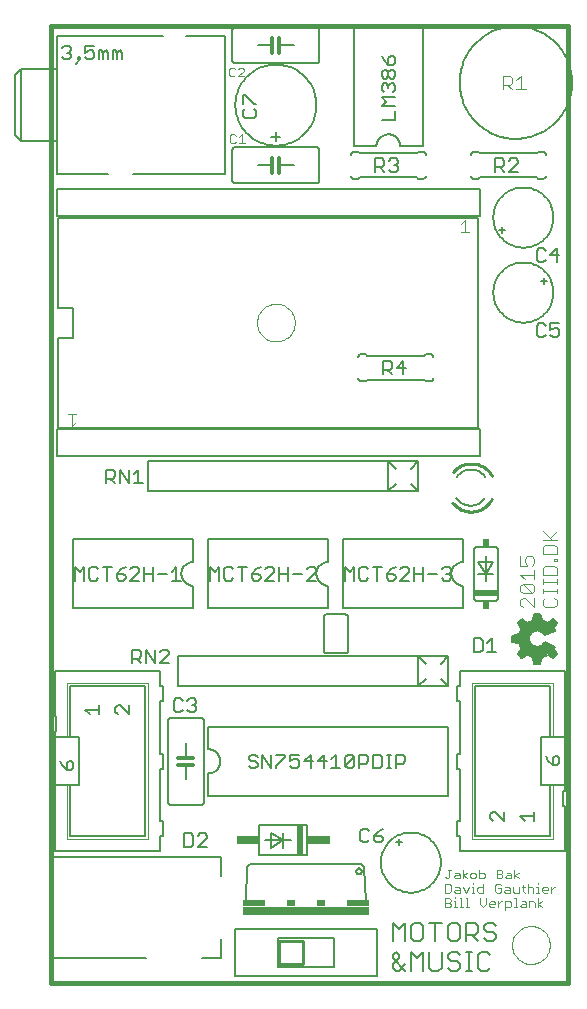
<source format=gto>
G75*
%MOIN*%
%OFA0B0*%
%FSLAX24Y24*%
%IPPOS*%
%LPD*%
%AMOC8*
5,1,8,0,0,1.08239X$1,22.5*
%
%ADD10C,0.0160*%
%ADD11C,0.0000*%
%ADD12C,0.0050*%
%ADD13C,0.0030*%
%ADD14C,0.0040*%
%ADD15C,0.0060*%
%ADD16C,0.0120*%
%ADD17C,0.0080*%
%ADD18C,0.0100*%
%ADD19R,0.4200X0.0300*%
%ADD20R,0.0750X0.0200*%
%ADD21R,0.0300X0.0200*%
%ADD22C,0.0020*%
%ADD23R,0.0200X0.1000*%
%ADD24R,0.0750X0.0300*%
%ADD25R,0.0800X0.0200*%
%ADD26R,0.0200X0.0250*%
D10*
X003260Y000595D02*
X003260Y032466D01*
X020505Y032466D01*
X020505Y000595D01*
X003260Y000595D01*
D11*
X010130Y022595D02*
X010132Y022645D01*
X010138Y022695D01*
X010148Y022744D01*
X010162Y022792D01*
X010179Y022839D01*
X010200Y022884D01*
X010225Y022928D01*
X010253Y022969D01*
X010285Y023008D01*
X010319Y023045D01*
X010356Y023079D01*
X010396Y023109D01*
X010438Y023136D01*
X010482Y023160D01*
X010528Y023181D01*
X010575Y023197D01*
X010623Y023210D01*
X010673Y023219D01*
X010722Y023224D01*
X010773Y023225D01*
X010823Y023222D01*
X010872Y023215D01*
X010921Y023204D01*
X010969Y023189D01*
X011015Y023171D01*
X011060Y023149D01*
X011103Y023123D01*
X011144Y023094D01*
X011183Y023062D01*
X011219Y023027D01*
X011251Y022989D01*
X011281Y022949D01*
X011308Y022906D01*
X011331Y022862D01*
X011350Y022816D01*
X011366Y022768D01*
X011378Y022719D01*
X011386Y022670D01*
X011390Y022620D01*
X011390Y022570D01*
X011386Y022520D01*
X011378Y022471D01*
X011366Y022422D01*
X011350Y022374D01*
X011331Y022328D01*
X011308Y022284D01*
X011281Y022241D01*
X011251Y022201D01*
X011219Y022163D01*
X011183Y022128D01*
X011144Y022096D01*
X011103Y022067D01*
X011060Y022041D01*
X011015Y022019D01*
X010969Y022001D01*
X010921Y021986D01*
X010872Y021975D01*
X010823Y021968D01*
X010773Y021965D01*
X010722Y021966D01*
X010673Y021971D01*
X010623Y021980D01*
X010575Y021993D01*
X010528Y022009D01*
X010482Y022030D01*
X010438Y022054D01*
X010396Y022081D01*
X010356Y022111D01*
X010319Y022145D01*
X010285Y022182D01*
X010253Y022221D01*
X010225Y022262D01*
X010200Y022306D01*
X010179Y022351D01*
X010162Y022398D01*
X010148Y022446D01*
X010138Y022495D01*
X010132Y022545D01*
X010130Y022595D01*
X018630Y001845D02*
X018632Y001895D01*
X018638Y001945D01*
X018648Y001994D01*
X018662Y002042D01*
X018679Y002089D01*
X018700Y002134D01*
X018725Y002178D01*
X018753Y002219D01*
X018785Y002258D01*
X018819Y002295D01*
X018856Y002329D01*
X018896Y002359D01*
X018938Y002386D01*
X018982Y002410D01*
X019028Y002431D01*
X019075Y002447D01*
X019123Y002460D01*
X019173Y002469D01*
X019222Y002474D01*
X019273Y002475D01*
X019323Y002472D01*
X019372Y002465D01*
X019421Y002454D01*
X019469Y002439D01*
X019515Y002421D01*
X019560Y002399D01*
X019603Y002373D01*
X019644Y002344D01*
X019683Y002312D01*
X019719Y002277D01*
X019751Y002239D01*
X019781Y002199D01*
X019808Y002156D01*
X019831Y002112D01*
X019850Y002066D01*
X019866Y002018D01*
X019878Y001969D01*
X019886Y001920D01*
X019890Y001870D01*
X019890Y001820D01*
X019886Y001770D01*
X019878Y001721D01*
X019866Y001672D01*
X019850Y001624D01*
X019831Y001578D01*
X019808Y001534D01*
X019781Y001491D01*
X019751Y001451D01*
X019719Y001413D01*
X019683Y001378D01*
X019644Y001346D01*
X019603Y001317D01*
X019560Y001291D01*
X019515Y001269D01*
X019469Y001251D01*
X019421Y001236D01*
X019372Y001225D01*
X019323Y001218D01*
X019273Y001215D01*
X019222Y001216D01*
X019173Y001221D01*
X019123Y001230D01*
X019075Y001243D01*
X019028Y001259D01*
X018982Y001280D01*
X018938Y001304D01*
X018896Y001331D01*
X018856Y001361D01*
X018819Y001395D01*
X018785Y001432D01*
X018753Y001471D01*
X018725Y001512D01*
X018700Y001556D01*
X018679Y001601D01*
X018662Y001648D01*
X018648Y001696D01*
X018638Y001745D01*
X018632Y001795D01*
X018630Y001845D01*
D12*
X018105Y002087D02*
X018003Y001985D01*
X017800Y001985D01*
X017698Y002087D01*
X017497Y001985D02*
X017294Y002189D01*
X017396Y002189D02*
X017090Y002189D01*
X017090Y001985D02*
X017090Y002596D01*
X017396Y002596D01*
X017497Y002494D01*
X017497Y002290D01*
X017396Y002189D01*
X017698Y002392D02*
X017698Y002494D01*
X017800Y002596D01*
X018003Y002596D01*
X018105Y002494D01*
X018003Y002290D02*
X018105Y002189D01*
X018105Y002087D01*
X018003Y002290D02*
X017800Y002290D01*
X017698Y002392D01*
X017597Y001606D02*
X017496Y001504D01*
X017496Y001097D01*
X017597Y000995D01*
X017801Y000995D01*
X017903Y001097D01*
X017903Y001504D02*
X017801Y001606D01*
X017597Y001606D01*
X017294Y001606D02*
X017090Y001606D01*
X017192Y001606D02*
X017192Y000995D01*
X017090Y000995D02*
X017294Y000995D01*
X016890Y001097D02*
X016788Y000995D01*
X016584Y000995D01*
X016483Y001097D01*
X016282Y001097D02*
X016282Y001606D01*
X016483Y001504D02*
X016483Y001402D01*
X016584Y001300D01*
X016788Y001300D01*
X016890Y001199D01*
X016890Y001097D01*
X016890Y001504D02*
X016788Y001606D01*
X016584Y001606D01*
X016483Y001504D01*
X016282Y001097D02*
X016180Y000995D01*
X015977Y000995D01*
X015875Y001097D01*
X015875Y001606D01*
X015674Y001606D02*
X015674Y000995D01*
X015267Y000995D02*
X015267Y001606D01*
X015471Y001402D01*
X015674Y001606D01*
X015572Y001985D02*
X015369Y001985D01*
X015267Y002087D01*
X015267Y002494D01*
X015369Y002596D01*
X015572Y002596D01*
X015674Y002494D01*
X015674Y002087D01*
X015572Y001985D01*
X015067Y001985D02*
X015067Y002596D01*
X014863Y002392D01*
X014660Y002596D01*
X014660Y001985D01*
X014761Y001606D02*
X014660Y001504D01*
X014660Y001402D01*
X015067Y000995D01*
X015067Y001199D02*
X014863Y000995D01*
X014761Y000995D01*
X014660Y001097D01*
X014660Y001199D01*
X014863Y001402D01*
X014863Y001504D01*
X014761Y001606D01*
X015875Y002596D02*
X016282Y002596D01*
X016078Y002596D02*
X016078Y001985D01*
X016483Y002087D02*
X016483Y002494D01*
X016584Y002596D01*
X016788Y002596D01*
X016890Y002494D01*
X016890Y002087D01*
X016788Y001985D01*
X016584Y001985D01*
X016483Y002087D01*
X014260Y005270D02*
X014335Y005345D01*
X014335Y005420D01*
X014260Y005495D01*
X014035Y005495D01*
X014035Y005345D01*
X014110Y005270D01*
X014260Y005270D01*
X014035Y005495D02*
X014185Y005645D01*
X014335Y005720D01*
X013874Y005645D02*
X013799Y005720D01*
X013649Y005720D01*
X013574Y005645D01*
X013574Y005345D01*
X013649Y005270D01*
X013799Y005270D01*
X013874Y005345D01*
X013610Y004545D02*
X013710Y004445D01*
X013760Y003295D01*
X013430Y004305D02*
X013432Y004325D01*
X013438Y004343D01*
X013447Y004361D01*
X013459Y004376D01*
X013474Y004388D01*
X013492Y004397D01*
X013510Y004403D01*
X013530Y004405D01*
X013550Y004403D01*
X013568Y004397D01*
X013586Y004388D01*
X013601Y004376D01*
X013613Y004361D01*
X013622Y004343D01*
X013628Y004325D01*
X013630Y004305D01*
X013628Y004285D01*
X013622Y004267D01*
X013613Y004249D01*
X013601Y004234D01*
X013586Y004222D01*
X013568Y004213D01*
X013550Y004207D01*
X013530Y004205D01*
X013510Y004207D01*
X013492Y004213D01*
X013474Y004222D01*
X013459Y004234D01*
X013447Y004249D01*
X013438Y004267D01*
X013432Y004285D01*
X013430Y004305D01*
X013610Y004545D02*
X009910Y004545D01*
X009810Y004445D01*
X009760Y003295D01*
X008460Y005120D02*
X008160Y005120D01*
X008460Y005420D01*
X008460Y005495D01*
X008385Y005570D01*
X008235Y005570D01*
X008160Y005495D01*
X007999Y005495D02*
X007924Y005570D01*
X007699Y005570D01*
X007699Y005120D01*
X007924Y005120D01*
X007999Y005195D01*
X007999Y005495D01*
X009924Y007745D02*
X009849Y007820D01*
X009924Y007745D02*
X010074Y007745D01*
X010149Y007820D01*
X010149Y007895D01*
X010074Y007970D01*
X009924Y007970D01*
X009849Y008045D01*
X009849Y008120D01*
X009924Y008195D01*
X010074Y008195D01*
X010149Y008120D01*
X010309Y008195D02*
X010309Y007745D01*
X010610Y007745D02*
X010309Y008195D01*
X010610Y008195D02*
X010610Y007745D01*
X010770Y007745D02*
X010770Y007820D01*
X011070Y008120D01*
X011070Y008195D01*
X010770Y008195D01*
X011230Y008195D02*
X011230Y007970D01*
X011380Y008045D01*
X011455Y008045D01*
X011530Y007970D01*
X011530Y007820D01*
X011455Y007745D01*
X011305Y007745D01*
X011230Y007820D01*
X011230Y008195D02*
X011530Y008195D01*
X011690Y007970D02*
X011991Y007970D01*
X012151Y007970D02*
X012451Y007970D01*
X012611Y008045D02*
X012761Y008195D01*
X012761Y007745D01*
X012611Y007745D02*
X012911Y007745D01*
X013072Y007820D02*
X013372Y008120D01*
X013372Y007820D01*
X013297Y007745D01*
X013147Y007745D01*
X013072Y007820D01*
X013072Y008120D01*
X013147Y008195D01*
X013297Y008195D01*
X013372Y008120D01*
X013532Y008195D02*
X013532Y007745D01*
X013532Y007895D02*
X013757Y007895D01*
X013832Y007970D01*
X013832Y008120D01*
X013757Y008195D01*
X013532Y008195D01*
X013992Y008195D02*
X013992Y007745D01*
X014218Y007745D01*
X014293Y007820D01*
X014293Y008120D01*
X014218Y008195D01*
X013992Y008195D01*
X014453Y008195D02*
X014603Y008195D01*
X014528Y008195D02*
X014528Y007745D01*
X014453Y007745D02*
X014603Y007745D01*
X014760Y007745D02*
X014760Y008195D01*
X014985Y008195D01*
X015060Y008120D01*
X015060Y007970D01*
X014985Y007895D01*
X014760Y007895D01*
X012376Y007745D02*
X012376Y008195D01*
X012151Y007970D01*
X011916Y007745D02*
X011916Y008195D01*
X011690Y007970D01*
X008110Y009695D02*
X008035Y009620D01*
X007885Y009620D01*
X007810Y009695D01*
X007649Y009695D02*
X007574Y009620D01*
X007424Y009620D01*
X007349Y009695D01*
X007349Y009995D01*
X007424Y010070D01*
X007574Y010070D01*
X007649Y009995D01*
X007810Y009995D02*
X007885Y010070D01*
X008035Y010070D01*
X008110Y009995D01*
X008110Y009920D01*
X008035Y009845D01*
X008110Y009770D01*
X008110Y009695D01*
X008035Y009845D02*
X007960Y009845D01*
X007190Y011245D02*
X006890Y011245D01*
X007190Y011545D01*
X007190Y011620D01*
X007115Y011695D01*
X006965Y011695D01*
X006890Y011620D01*
X006730Y011695D02*
X006730Y011245D01*
X006429Y011695D01*
X006429Y011245D01*
X006269Y011245D02*
X006119Y011395D01*
X006194Y011395D02*
X005969Y011395D01*
X005969Y011245D02*
X005969Y011695D01*
X006194Y011695D01*
X006269Y011620D01*
X006269Y011470D01*
X006194Y011395D01*
X005860Y009835D02*
X005860Y009535D01*
X005559Y009835D01*
X005484Y009835D01*
X005409Y009760D01*
X005409Y009610D01*
X005484Y009535D01*
X004860Y009535D02*
X004860Y009835D01*
X004860Y009685D02*
X004409Y009685D01*
X004559Y009535D01*
X003934Y007985D02*
X003859Y007985D01*
X003784Y007910D01*
X003784Y007685D01*
X003934Y007685D01*
X004010Y007760D01*
X004010Y007910D01*
X003934Y007985D01*
X003634Y007835D02*
X003784Y007685D01*
X003634Y007835D02*
X003559Y007985D01*
X004068Y013995D02*
X004068Y014445D01*
X004218Y014295D01*
X004368Y014445D01*
X004368Y013995D01*
X004528Y014070D02*
X004528Y014370D01*
X004603Y014445D01*
X004754Y014445D01*
X004829Y014370D01*
X004989Y014445D02*
X005289Y014445D01*
X005139Y014445D02*
X005139Y013995D01*
X004829Y014070D02*
X004754Y013995D01*
X004603Y013995D01*
X004528Y014070D01*
X005449Y014070D02*
X005524Y013995D01*
X005674Y013995D01*
X005749Y014070D01*
X005749Y014145D01*
X005674Y014220D01*
X005449Y014220D01*
X005449Y014070D01*
X005449Y014220D02*
X005599Y014370D01*
X005749Y014445D01*
X005910Y014370D02*
X005985Y014445D01*
X006135Y014445D01*
X006210Y014370D01*
X006210Y014295D01*
X005910Y013995D01*
X006210Y013995D01*
X006370Y013995D02*
X006370Y014445D01*
X006370Y014220D02*
X006670Y014220D01*
X006830Y014220D02*
X007131Y014220D01*
X007291Y014295D02*
X007441Y014445D01*
X007441Y013995D01*
X007291Y013995D02*
X007591Y013995D01*
X006670Y013995D02*
X006670Y014445D01*
X008568Y014445D02*
X008568Y013995D01*
X008868Y013995D02*
X008868Y014445D01*
X008718Y014295D01*
X008568Y014445D01*
X009028Y014370D02*
X009028Y014070D01*
X009103Y013995D01*
X009254Y013995D01*
X009329Y014070D01*
X009329Y014370D02*
X009254Y014445D01*
X009103Y014445D01*
X009028Y014370D01*
X009489Y014445D02*
X009789Y014445D01*
X009639Y014445D02*
X009639Y013995D01*
X009949Y014070D02*
X009949Y014220D01*
X010174Y014220D01*
X010249Y014145D01*
X010249Y014070D01*
X010174Y013995D01*
X010024Y013995D01*
X009949Y014070D01*
X009949Y014220D02*
X010099Y014370D01*
X010249Y014445D01*
X010410Y014370D02*
X010485Y014445D01*
X010635Y014445D01*
X010710Y014370D01*
X010710Y014295D01*
X010410Y013995D01*
X010710Y013995D01*
X010870Y013995D02*
X010870Y014445D01*
X010870Y014220D02*
X011170Y014220D01*
X011330Y014220D02*
X011631Y014220D01*
X011791Y014370D02*
X011866Y014445D01*
X012016Y014445D01*
X012091Y014370D01*
X012091Y014295D01*
X011791Y013995D01*
X012091Y013995D01*
X011170Y013995D02*
X011170Y014445D01*
X013068Y014445D02*
X013068Y013995D01*
X013368Y013995D02*
X013368Y014445D01*
X013218Y014295D01*
X013068Y014445D01*
X013528Y014370D02*
X013528Y014070D01*
X013603Y013995D01*
X013754Y013995D01*
X013829Y014070D01*
X013829Y014370D02*
X013754Y014445D01*
X013603Y014445D01*
X013528Y014370D01*
X013989Y014445D02*
X014289Y014445D01*
X014139Y014445D02*
X014139Y013995D01*
X014449Y014070D02*
X014449Y014220D01*
X014674Y014220D01*
X014749Y014145D01*
X014749Y014070D01*
X014674Y013995D01*
X014524Y013995D01*
X014449Y014070D01*
X014449Y014220D02*
X014599Y014370D01*
X014749Y014445D01*
X014910Y014370D02*
X014985Y014445D01*
X015135Y014445D01*
X015210Y014370D01*
X015210Y014295D01*
X014910Y013995D01*
X015210Y013995D01*
X015370Y013995D02*
X015370Y014445D01*
X015370Y014220D02*
X015670Y014220D01*
X015830Y014220D02*
X016131Y014220D01*
X016291Y014070D02*
X016366Y013995D01*
X016516Y013995D01*
X016591Y014070D01*
X016591Y014145D01*
X016516Y014220D01*
X016441Y014220D01*
X016516Y014220D02*
X016591Y014295D01*
X016591Y014370D01*
X016516Y014445D01*
X016366Y014445D01*
X016291Y014370D01*
X015670Y014445D02*
X015670Y013995D01*
X017349Y012070D02*
X017349Y011620D01*
X017574Y011620D01*
X017649Y011695D01*
X017649Y011995D01*
X017574Y012070D01*
X017349Y012070D01*
X017810Y011920D02*
X017960Y012070D01*
X017960Y011620D01*
X017810Y011620D02*
X018110Y011620D01*
X019759Y008145D02*
X019834Y007995D01*
X019984Y007845D01*
X019984Y008070D01*
X020059Y008145D01*
X020134Y008145D01*
X020210Y008070D01*
X020210Y007920D01*
X020134Y007845D01*
X019984Y007845D01*
X019360Y006295D02*
X019360Y005995D01*
X019360Y006145D02*
X018909Y006145D01*
X019059Y005995D01*
X018360Y005995D02*
X018059Y006295D01*
X017984Y006295D01*
X017909Y006220D01*
X017909Y006070D01*
X017984Y005995D01*
X018360Y005995D02*
X018360Y006295D01*
X015010Y020870D02*
X015010Y021320D01*
X014785Y021095D01*
X015085Y021095D01*
X014624Y021095D02*
X014549Y021020D01*
X014324Y021020D01*
X014324Y020870D02*
X014324Y021320D01*
X014549Y021320D01*
X014624Y021245D01*
X014624Y021095D01*
X014474Y021020D02*
X014624Y020870D01*
X014610Y027620D02*
X014535Y027695D01*
X014610Y027620D02*
X014760Y027620D01*
X014835Y027695D01*
X014835Y027770D01*
X014760Y027845D01*
X014685Y027845D01*
X014760Y027845D02*
X014835Y027920D01*
X014835Y027995D01*
X014760Y028070D01*
X014610Y028070D01*
X014535Y027995D01*
X014374Y027995D02*
X014374Y027845D01*
X014299Y027770D01*
X014074Y027770D01*
X014074Y027620D02*
X014074Y028070D01*
X014299Y028070D01*
X014374Y027995D01*
X014224Y027770D02*
X014374Y027620D01*
X014284Y029344D02*
X014735Y029344D01*
X014735Y029644D01*
X014735Y029804D02*
X014284Y029804D01*
X014434Y029955D01*
X014284Y030105D01*
X014735Y030105D01*
X014659Y030265D02*
X014735Y030340D01*
X014735Y030490D01*
X014659Y030565D01*
X014584Y030565D01*
X014509Y030490D01*
X014509Y030415D01*
X014509Y030490D02*
X014434Y030565D01*
X014359Y030565D01*
X014284Y030490D01*
X014284Y030340D01*
X014359Y030265D01*
X014359Y030725D02*
X014434Y030725D01*
X014509Y030800D01*
X014509Y030950D01*
X014584Y031025D01*
X014659Y031025D01*
X014735Y030950D01*
X014735Y030800D01*
X014659Y030725D01*
X014584Y030725D01*
X014509Y030800D01*
X014509Y030950D02*
X014434Y031025D01*
X014359Y031025D01*
X014284Y030950D01*
X014284Y030800D01*
X014359Y030725D01*
X014509Y031186D02*
X014509Y031411D01*
X014584Y031486D01*
X014659Y031486D01*
X014735Y031411D01*
X014735Y031261D01*
X014659Y031186D01*
X014509Y031186D01*
X014359Y031336D01*
X014284Y031486D01*
X018074Y028070D02*
X018074Y027620D01*
X018074Y027770D02*
X018299Y027770D01*
X018374Y027845D01*
X018374Y027995D01*
X018299Y028070D01*
X018074Y028070D01*
X018224Y027770D02*
X018374Y027620D01*
X018535Y027620D02*
X018835Y027920D01*
X018835Y027995D01*
X018760Y028070D01*
X018610Y028070D01*
X018535Y027995D01*
X018535Y027620D02*
X018835Y027620D01*
X019524Y025070D02*
X019449Y024995D01*
X019449Y024695D01*
X019524Y024620D01*
X019674Y024620D01*
X019749Y024695D01*
X019910Y024845D02*
X020210Y024845D01*
X020135Y024620D02*
X020135Y025070D01*
X019910Y024845D01*
X019749Y024995D02*
X019674Y025070D01*
X019524Y025070D01*
X019524Y022570D02*
X019449Y022495D01*
X019449Y022195D01*
X019524Y022120D01*
X019674Y022120D01*
X019749Y022195D01*
X019910Y022195D02*
X019985Y022120D01*
X020135Y022120D01*
X020210Y022195D01*
X020210Y022345D01*
X020135Y022420D01*
X020060Y022420D01*
X019910Y022345D01*
X019910Y022570D01*
X020210Y022570D01*
X019749Y022495D02*
X019674Y022570D01*
X019524Y022570D01*
X010110Y029485D02*
X010110Y029635D01*
X010034Y029710D01*
X010034Y029870D02*
X010110Y029870D01*
X010034Y029870D02*
X009734Y030170D01*
X009659Y030170D01*
X009659Y029870D01*
X009734Y029710D02*
X009659Y029635D01*
X009659Y029485D01*
X009734Y029410D01*
X010034Y029410D01*
X010110Y029485D01*
X005623Y031370D02*
X005623Y031595D01*
X005548Y031670D01*
X005473Y031595D01*
X005473Y031370D01*
X005323Y031370D02*
X005323Y031670D01*
X005398Y031670D01*
X005473Y031595D01*
X005162Y031595D02*
X005162Y031370D01*
X005012Y031370D02*
X005012Y031595D01*
X005087Y031670D01*
X005162Y031595D01*
X005012Y031595D02*
X004937Y031670D01*
X004862Y031670D01*
X004862Y031370D01*
X004702Y031445D02*
X004627Y031370D01*
X004477Y031370D01*
X004402Y031445D01*
X004402Y031595D02*
X004552Y031670D01*
X004627Y031670D01*
X004702Y031595D01*
X004702Y031445D01*
X004402Y031595D02*
X004402Y031820D01*
X004702Y031820D01*
X004245Y031445D02*
X004170Y031445D01*
X004170Y031370D01*
X004245Y031370D01*
X004245Y031445D01*
X004245Y031370D02*
X004095Y031220D01*
X003935Y031445D02*
X003935Y031520D01*
X003860Y031595D01*
X003785Y031595D01*
X003860Y031595D02*
X003935Y031670D01*
X003935Y031745D01*
X003860Y031820D01*
X003710Y031820D01*
X003635Y031745D01*
X003635Y031445D02*
X003710Y031370D01*
X003860Y031370D01*
X003935Y031445D01*
X005094Y017695D02*
X005319Y017695D01*
X005394Y017620D01*
X005394Y017470D01*
X005319Y017395D01*
X005094Y017395D01*
X005094Y017245D02*
X005094Y017695D01*
X005244Y017395D02*
X005394Y017245D01*
X005554Y017245D02*
X005554Y017695D01*
X005855Y017245D01*
X005855Y017695D01*
X006015Y017545D02*
X006165Y017695D01*
X006165Y017245D01*
X006015Y017245D02*
X006315Y017245D01*
D13*
X004096Y019295D02*
X003962Y019160D01*
X003962Y019563D01*
X004096Y019563D02*
X003827Y019563D01*
X009278Y028575D02*
X009375Y028575D01*
X009423Y028623D01*
X009525Y028575D02*
X009718Y028575D01*
X009621Y028575D02*
X009621Y028865D01*
X009525Y028768D01*
X009423Y028817D02*
X009375Y028865D01*
X009278Y028865D01*
X009230Y028817D01*
X009230Y028623D01*
X009278Y028575D01*
X009253Y030800D02*
X009350Y030800D01*
X009398Y030848D01*
X009500Y030800D02*
X009693Y030993D01*
X009693Y031042D01*
X009645Y031090D01*
X009548Y031090D01*
X009500Y031042D01*
X009398Y031042D02*
X009350Y031090D01*
X009253Y031090D01*
X009205Y031042D01*
X009205Y030848D01*
X009253Y030800D01*
X009500Y030800D02*
X009693Y030800D01*
X016923Y025895D02*
X017057Y026030D01*
X017057Y025627D01*
X016923Y025627D02*
X017192Y025627D01*
X016989Y004360D02*
X016989Y004070D01*
X016989Y004167D02*
X017134Y004263D01*
X017234Y004215D02*
X017234Y004118D01*
X017283Y004070D01*
X017379Y004070D01*
X017428Y004118D01*
X017428Y004215D01*
X017379Y004263D01*
X017283Y004263D01*
X017234Y004215D01*
X017134Y004070D02*
X016989Y004167D01*
X016888Y004167D02*
X016743Y004167D01*
X016694Y004118D01*
X016743Y004070D01*
X016888Y004070D01*
X016888Y004215D01*
X016839Y004263D01*
X016743Y004263D01*
X016593Y004360D02*
X016496Y004360D01*
X016545Y004360D02*
X016545Y004118D01*
X016496Y004070D01*
X016448Y004070D01*
X016400Y004118D01*
X016400Y003880D02*
X016545Y003880D01*
X016593Y003832D01*
X016593Y003638D01*
X016545Y003590D01*
X016400Y003590D01*
X016400Y003880D01*
X016400Y003400D02*
X016545Y003400D01*
X016593Y003352D01*
X016593Y003303D01*
X016545Y003255D01*
X016400Y003255D01*
X016545Y003255D02*
X016593Y003207D01*
X016593Y003158D01*
X016545Y003110D01*
X016400Y003110D01*
X016400Y003400D01*
X016694Y003303D02*
X016743Y003303D01*
X016743Y003110D01*
X016791Y003110D02*
X016694Y003110D01*
X016891Y003110D02*
X016987Y003110D01*
X016939Y003110D02*
X016939Y003400D01*
X016891Y003400D01*
X016743Y003400D02*
X016743Y003449D01*
X016743Y003590D02*
X016694Y003638D01*
X016743Y003687D01*
X016888Y003687D01*
X016888Y003735D02*
X016888Y003590D01*
X016743Y003590D01*
X016743Y003783D02*
X016839Y003783D01*
X016888Y003735D01*
X016989Y003783D02*
X017086Y003590D01*
X017182Y003783D01*
X017283Y003783D02*
X017332Y003783D01*
X017332Y003590D01*
X017380Y003590D02*
X017283Y003590D01*
X017480Y003638D02*
X017480Y003735D01*
X017528Y003783D01*
X017673Y003783D01*
X017673Y003880D02*
X017673Y003590D01*
X017528Y003590D01*
X017480Y003638D01*
X017578Y003400D02*
X017578Y003207D01*
X017675Y003110D01*
X017772Y003207D01*
X017772Y003400D01*
X017873Y003255D02*
X017873Y003158D01*
X017921Y003110D01*
X018018Y003110D01*
X018066Y003207D02*
X017873Y003207D01*
X017873Y003255D02*
X017921Y003303D01*
X018018Y003303D01*
X018066Y003255D01*
X018066Y003207D01*
X018167Y003207D02*
X018264Y003303D01*
X018313Y003303D01*
X018413Y003303D02*
X018413Y003013D01*
X018413Y003110D02*
X018558Y003110D01*
X018606Y003158D01*
X018606Y003255D01*
X018558Y003303D01*
X018413Y003303D01*
X018167Y003303D02*
X018167Y003110D01*
X018214Y003590D02*
X018263Y003638D01*
X018263Y003735D01*
X018166Y003735D01*
X018069Y003638D02*
X018118Y003590D01*
X018214Y003590D01*
X018069Y003638D02*
X018069Y003832D01*
X018118Y003880D01*
X018214Y003880D01*
X018263Y003832D01*
X018412Y003783D02*
X018509Y003783D01*
X018557Y003735D01*
X018557Y003590D01*
X018412Y003590D01*
X018364Y003638D01*
X018412Y003687D01*
X018557Y003687D01*
X018659Y003638D02*
X018707Y003590D01*
X018852Y003590D01*
X018852Y003783D01*
X018953Y003783D02*
X019050Y003783D01*
X019002Y003832D02*
X019002Y003638D01*
X019050Y003590D01*
X019150Y003590D02*
X019150Y003880D01*
X019198Y003783D02*
X019295Y003783D01*
X019343Y003735D01*
X019343Y003590D01*
X019444Y003590D02*
X019541Y003590D01*
X019493Y003590D02*
X019493Y003783D01*
X019444Y003783D01*
X019493Y003880D02*
X019493Y003929D01*
X019641Y003735D02*
X019689Y003783D01*
X019786Y003783D01*
X019834Y003735D01*
X019834Y003687D01*
X019641Y003687D01*
X019641Y003735D02*
X019641Y003638D01*
X019689Y003590D01*
X019786Y003590D01*
X019935Y003590D02*
X019935Y003783D01*
X019935Y003687D02*
X020032Y003783D01*
X020080Y003783D01*
X019638Y003303D02*
X019493Y003207D01*
X019638Y003110D01*
X019493Y003110D02*
X019493Y003400D01*
X019392Y003255D02*
X019392Y003110D01*
X019392Y003255D02*
X019344Y003303D01*
X019199Y003303D01*
X019199Y003110D01*
X019098Y003110D02*
X018952Y003110D01*
X018904Y003158D01*
X018952Y003207D01*
X019098Y003207D01*
X019098Y003255D02*
X019098Y003110D01*
X019098Y003255D02*
X019049Y003303D01*
X018952Y003303D01*
X018756Y003400D02*
X018756Y003110D01*
X018708Y003110D02*
X018804Y003110D01*
X018756Y003400D02*
X018708Y003400D01*
X018659Y003638D02*
X018659Y003783D01*
X018708Y004070D02*
X018708Y004360D01*
X018853Y004263D02*
X018708Y004167D01*
X018853Y004070D01*
X018606Y004070D02*
X018461Y004070D01*
X018413Y004118D01*
X018461Y004167D01*
X018606Y004167D01*
X018606Y004215D02*
X018606Y004070D01*
X018606Y004215D02*
X018558Y004263D01*
X018461Y004263D01*
X018312Y004263D02*
X018263Y004215D01*
X018118Y004215D01*
X018118Y004070D02*
X018263Y004070D01*
X018312Y004118D01*
X018312Y004167D01*
X018263Y004215D01*
X018312Y004263D02*
X018312Y004312D01*
X018263Y004360D01*
X018118Y004360D01*
X018118Y004070D01*
X017723Y004118D02*
X017723Y004215D01*
X017674Y004263D01*
X017529Y004263D01*
X017529Y004360D02*
X017529Y004070D01*
X017674Y004070D01*
X017723Y004118D01*
X017332Y003929D02*
X017332Y003880D01*
X017135Y003400D02*
X017135Y003110D01*
X017087Y003110D02*
X017184Y003110D01*
X017135Y003400D02*
X017087Y003400D01*
X019150Y003735D02*
X019198Y003783D01*
D14*
X019365Y013115D02*
X019058Y013422D01*
X018981Y013422D01*
X018904Y013345D01*
X018904Y013192D01*
X018981Y013115D01*
X018981Y013575D02*
X018904Y013652D01*
X018904Y013806D01*
X018981Y013882D01*
X019288Y013575D01*
X019365Y013652D01*
X019365Y013806D01*
X019288Y013882D01*
X018981Y013882D01*
X019058Y014036D02*
X018904Y014189D01*
X019365Y014189D01*
X019365Y014036D02*
X019365Y014343D01*
X019288Y014496D02*
X019365Y014573D01*
X019365Y014726D01*
X019288Y014803D01*
X019134Y014803D01*
X019058Y014726D01*
X019058Y014650D01*
X019134Y014496D01*
X018904Y014496D01*
X018904Y014803D01*
X019654Y014880D02*
X019654Y015110D01*
X019731Y015187D01*
X020038Y015187D01*
X020115Y015110D01*
X020115Y014880D01*
X019654Y014880D01*
X019731Y014496D02*
X019654Y014419D01*
X019654Y014189D01*
X020115Y014189D01*
X020115Y014419D01*
X020038Y014496D01*
X019731Y014496D01*
X020038Y014650D02*
X020038Y014726D01*
X020115Y014726D01*
X020115Y014650D01*
X020038Y014650D01*
X020115Y014036D02*
X020115Y013882D01*
X020115Y013959D02*
X019654Y013959D01*
X019654Y013882D02*
X019654Y014036D01*
X019654Y013729D02*
X019654Y013575D01*
X019654Y013652D02*
X020115Y013652D01*
X020115Y013575D02*
X020115Y013729D01*
X020038Y013422D02*
X020115Y013345D01*
X020115Y013192D01*
X020038Y013115D01*
X019731Y013115D01*
X019654Y013192D01*
X019654Y013345D01*
X019731Y013422D01*
X019365Y013422D02*
X019365Y013115D01*
X019288Y013575D02*
X018981Y013575D01*
X019654Y015340D02*
X020115Y015340D01*
X019961Y015340D02*
X019654Y015647D01*
X019884Y015417D02*
X020115Y015647D01*
X019086Y030365D02*
X018780Y030365D01*
X018933Y030365D02*
X018933Y030825D01*
X018780Y030672D01*
X018626Y030749D02*
X018626Y030595D01*
X018549Y030518D01*
X018319Y030518D01*
X018319Y030365D02*
X018319Y030825D01*
X018549Y030825D01*
X018626Y030749D01*
X018473Y030518D02*
X018626Y030365D01*
D15*
X019510Y028295D02*
X019660Y028295D01*
X019677Y028293D01*
X019694Y028289D01*
X019710Y028282D01*
X019724Y028272D01*
X019737Y028259D01*
X019747Y028245D01*
X019754Y028229D01*
X019758Y028212D01*
X019760Y028195D01*
X019510Y028295D02*
X019460Y028245D01*
X017560Y028245D01*
X017510Y028295D01*
X017360Y028295D01*
X017343Y028293D01*
X017326Y028289D01*
X017310Y028282D01*
X017296Y028272D01*
X017283Y028259D01*
X017273Y028245D01*
X017266Y028229D01*
X017262Y028212D01*
X017260Y028195D01*
X017260Y027495D02*
X017262Y027478D01*
X017266Y027461D01*
X017273Y027445D01*
X017283Y027431D01*
X017296Y027418D01*
X017310Y027408D01*
X017326Y027401D01*
X017343Y027397D01*
X017360Y027395D01*
X017510Y027395D01*
X017560Y027445D01*
X019460Y027445D01*
X019510Y027395D01*
X019660Y027395D01*
X019677Y027397D01*
X019694Y027401D01*
X019710Y027408D01*
X019724Y027418D01*
X019737Y027431D01*
X019747Y027445D01*
X019754Y027461D01*
X019758Y027478D01*
X019760Y027495D01*
X018010Y026095D02*
X018012Y026158D01*
X018018Y026220D01*
X018028Y026282D01*
X018041Y026344D01*
X018059Y026404D01*
X018080Y026463D01*
X018105Y026521D01*
X018134Y026577D01*
X018166Y026631D01*
X018201Y026683D01*
X018239Y026732D01*
X018281Y026780D01*
X018325Y026824D01*
X018373Y026866D01*
X018422Y026904D01*
X018474Y026939D01*
X018528Y026971D01*
X018584Y027000D01*
X018642Y027025D01*
X018701Y027046D01*
X018761Y027064D01*
X018823Y027077D01*
X018885Y027087D01*
X018947Y027093D01*
X019010Y027095D01*
X019073Y027093D01*
X019135Y027087D01*
X019197Y027077D01*
X019259Y027064D01*
X019319Y027046D01*
X019378Y027025D01*
X019436Y027000D01*
X019492Y026971D01*
X019546Y026939D01*
X019598Y026904D01*
X019647Y026866D01*
X019695Y026824D01*
X019739Y026780D01*
X019781Y026732D01*
X019819Y026683D01*
X019854Y026631D01*
X019886Y026577D01*
X019915Y026521D01*
X019940Y026463D01*
X019961Y026404D01*
X019979Y026344D01*
X019992Y026282D01*
X020002Y026220D01*
X020008Y026158D01*
X020010Y026095D01*
X020008Y026032D01*
X020002Y025970D01*
X019992Y025908D01*
X019979Y025846D01*
X019961Y025786D01*
X019940Y025727D01*
X019915Y025669D01*
X019886Y025613D01*
X019854Y025559D01*
X019819Y025507D01*
X019781Y025458D01*
X019739Y025410D01*
X019695Y025366D01*
X019647Y025324D01*
X019598Y025286D01*
X019546Y025251D01*
X019492Y025219D01*
X019436Y025190D01*
X019378Y025165D01*
X019319Y025144D01*
X019259Y025126D01*
X019197Y025113D01*
X019135Y025103D01*
X019073Y025097D01*
X019010Y025095D01*
X018947Y025097D01*
X018885Y025103D01*
X018823Y025113D01*
X018761Y025126D01*
X018701Y025144D01*
X018642Y025165D01*
X018584Y025190D01*
X018528Y025219D01*
X018474Y025251D01*
X018422Y025286D01*
X018373Y025324D01*
X018325Y025366D01*
X018281Y025410D01*
X018239Y025458D01*
X018201Y025507D01*
X018166Y025559D01*
X018134Y025613D01*
X018105Y025669D01*
X018080Y025727D01*
X018059Y025786D01*
X018041Y025846D01*
X018028Y025908D01*
X018018Y025970D01*
X018012Y026032D01*
X018010Y026095D01*
X018310Y025795D02*
X018310Y025595D01*
X018410Y025695D02*
X018210Y025695D01*
X019710Y024095D02*
X019710Y023895D01*
X019610Y023995D02*
X019810Y023995D01*
X018010Y023595D02*
X018012Y023658D01*
X018018Y023720D01*
X018028Y023782D01*
X018041Y023844D01*
X018059Y023904D01*
X018080Y023963D01*
X018105Y024021D01*
X018134Y024077D01*
X018166Y024131D01*
X018201Y024183D01*
X018239Y024232D01*
X018281Y024280D01*
X018325Y024324D01*
X018373Y024366D01*
X018422Y024404D01*
X018474Y024439D01*
X018528Y024471D01*
X018584Y024500D01*
X018642Y024525D01*
X018701Y024546D01*
X018761Y024564D01*
X018823Y024577D01*
X018885Y024587D01*
X018947Y024593D01*
X019010Y024595D01*
X019073Y024593D01*
X019135Y024587D01*
X019197Y024577D01*
X019259Y024564D01*
X019319Y024546D01*
X019378Y024525D01*
X019436Y024500D01*
X019492Y024471D01*
X019546Y024439D01*
X019598Y024404D01*
X019647Y024366D01*
X019695Y024324D01*
X019739Y024280D01*
X019781Y024232D01*
X019819Y024183D01*
X019854Y024131D01*
X019886Y024077D01*
X019915Y024021D01*
X019940Y023963D01*
X019961Y023904D01*
X019979Y023844D01*
X019992Y023782D01*
X020002Y023720D01*
X020008Y023658D01*
X020010Y023595D01*
X020008Y023532D01*
X020002Y023470D01*
X019992Y023408D01*
X019979Y023346D01*
X019961Y023286D01*
X019940Y023227D01*
X019915Y023169D01*
X019886Y023113D01*
X019854Y023059D01*
X019819Y023007D01*
X019781Y022958D01*
X019739Y022910D01*
X019695Y022866D01*
X019647Y022824D01*
X019598Y022786D01*
X019546Y022751D01*
X019492Y022719D01*
X019436Y022690D01*
X019378Y022665D01*
X019319Y022644D01*
X019259Y022626D01*
X019197Y022613D01*
X019135Y022603D01*
X019073Y022597D01*
X019010Y022595D01*
X018947Y022597D01*
X018885Y022603D01*
X018823Y022613D01*
X018761Y022626D01*
X018701Y022644D01*
X018642Y022665D01*
X018584Y022690D01*
X018528Y022719D01*
X018474Y022751D01*
X018422Y022786D01*
X018373Y022824D01*
X018325Y022866D01*
X018281Y022910D01*
X018239Y022958D01*
X018201Y023007D01*
X018166Y023059D01*
X018134Y023113D01*
X018105Y023169D01*
X018080Y023227D01*
X018059Y023286D01*
X018041Y023346D01*
X018028Y023408D01*
X018018Y023470D01*
X018012Y023532D01*
X018010Y023595D01*
X015910Y021545D02*
X015760Y021545D01*
X015710Y021495D01*
X013810Y021495D01*
X013760Y021545D01*
X013610Y021545D01*
X013593Y021543D01*
X013576Y021539D01*
X013560Y021532D01*
X013546Y021522D01*
X013533Y021509D01*
X013523Y021495D01*
X013516Y021479D01*
X013512Y021462D01*
X013510Y021445D01*
X013510Y020745D02*
X013512Y020728D01*
X013516Y020711D01*
X013523Y020695D01*
X013533Y020681D01*
X013546Y020668D01*
X013560Y020658D01*
X013576Y020651D01*
X013593Y020647D01*
X013610Y020645D01*
X013760Y020645D01*
X013810Y020695D01*
X015710Y020695D01*
X015760Y020645D01*
X015910Y020645D01*
X015927Y020647D01*
X015944Y020651D01*
X015960Y020658D01*
X015974Y020668D01*
X015987Y020681D01*
X015997Y020695D01*
X016004Y020711D01*
X016008Y020728D01*
X016010Y020745D01*
X016010Y021445D02*
X016008Y021462D01*
X016004Y021479D01*
X015997Y021495D01*
X015987Y021509D01*
X015974Y021522D01*
X015960Y021532D01*
X015944Y021539D01*
X015927Y021543D01*
X015910Y021545D01*
X015510Y017970D02*
X014510Y017970D01*
X006510Y017970D01*
X006510Y016970D01*
X014510Y016970D01*
X015510Y016970D01*
X015260Y017220D01*
X015510Y016970D02*
X015510Y017970D01*
X015260Y017720D01*
X014760Y017720D02*
X014510Y017970D01*
X014510Y016970D01*
X014760Y017220D01*
X013010Y015370D02*
X013010Y013070D01*
X017010Y013070D01*
X017010Y013820D01*
X016971Y013822D01*
X016932Y013828D01*
X016894Y013837D01*
X016857Y013850D01*
X016821Y013867D01*
X016788Y013887D01*
X016756Y013911D01*
X016727Y013937D01*
X016701Y013966D01*
X016677Y013998D01*
X016657Y014031D01*
X016640Y014067D01*
X016627Y014104D01*
X016618Y014142D01*
X016612Y014181D01*
X016610Y014220D01*
X016612Y014259D01*
X016618Y014298D01*
X016627Y014336D01*
X016640Y014373D01*
X016657Y014409D01*
X016677Y014442D01*
X016701Y014474D01*
X016727Y014503D01*
X016756Y014529D01*
X016788Y014553D01*
X016821Y014573D01*
X016857Y014590D01*
X016894Y014603D01*
X016932Y014612D01*
X016971Y014618D01*
X017010Y014620D01*
X017010Y015370D01*
X013010Y015370D01*
X012510Y015370D02*
X012510Y014620D01*
X012471Y014618D01*
X012432Y014612D01*
X012394Y014603D01*
X012357Y014590D01*
X012321Y014573D01*
X012288Y014553D01*
X012256Y014529D01*
X012227Y014503D01*
X012201Y014474D01*
X012177Y014442D01*
X012157Y014409D01*
X012140Y014373D01*
X012127Y014336D01*
X012118Y014298D01*
X012112Y014259D01*
X012110Y014220D01*
X012112Y014181D01*
X012118Y014142D01*
X012127Y014104D01*
X012140Y014067D01*
X012157Y014031D01*
X012177Y013998D01*
X012201Y013966D01*
X012227Y013937D01*
X012256Y013911D01*
X012288Y013887D01*
X012321Y013867D01*
X012357Y013850D01*
X012394Y013837D01*
X012432Y013828D01*
X012471Y013822D01*
X012510Y013820D01*
X012510Y013070D01*
X008510Y013070D01*
X008510Y015370D01*
X012510Y015370D01*
X012460Y012870D02*
X013060Y012870D01*
X013077Y012868D01*
X013094Y012864D01*
X013110Y012857D01*
X013124Y012847D01*
X013137Y012834D01*
X013147Y012820D01*
X013154Y012804D01*
X013158Y012787D01*
X013160Y012770D01*
X013160Y011670D01*
X013158Y011653D01*
X013154Y011636D01*
X013147Y011620D01*
X013137Y011606D01*
X013124Y011593D01*
X013110Y011583D01*
X013094Y011576D01*
X013077Y011572D01*
X013060Y011570D01*
X012460Y011570D01*
X012443Y011572D01*
X012426Y011576D01*
X012410Y011583D01*
X012396Y011593D01*
X012383Y011606D01*
X012373Y011620D01*
X012366Y011636D01*
X012362Y011653D01*
X012360Y011670D01*
X012360Y012770D01*
X012362Y012787D01*
X012366Y012804D01*
X012373Y012820D01*
X012383Y012834D01*
X012396Y012847D01*
X012410Y012857D01*
X012426Y012864D01*
X012443Y012868D01*
X012460Y012870D01*
X015510Y011470D02*
X015510Y010470D01*
X016510Y010470D01*
X016260Y010720D01*
X016510Y010470D02*
X016510Y011470D01*
X015510Y011470D01*
X007510Y011470D01*
X007510Y010470D01*
X015510Y010470D01*
X015760Y010720D01*
X015760Y011220D02*
X015510Y011470D01*
X016260Y011220D02*
X016510Y011470D01*
X016885Y010970D02*
X016885Y010470D01*
X016785Y010470D01*
X016785Y009970D01*
X016885Y009970D01*
X016885Y008220D01*
X016785Y008220D01*
X016785Y007720D01*
X016885Y007720D01*
X016885Y005970D01*
X016785Y005970D01*
X016785Y005470D01*
X016885Y005470D01*
X016885Y004970D01*
X020385Y004970D01*
X020385Y006470D01*
X020335Y006470D01*
X020335Y006970D01*
X020385Y006970D01*
X020385Y007170D01*
X019985Y007170D01*
X019885Y007170D01*
X019885Y005470D01*
X017385Y005470D01*
X017385Y010470D01*
X019885Y010470D01*
X019885Y008770D01*
X019985Y008770D01*
X020385Y008770D01*
X020385Y007170D01*
X019885Y007170D02*
X019585Y007170D01*
X019585Y008770D01*
X019885Y008770D01*
X020385Y008770D02*
X020385Y010970D01*
X016885Y010970D01*
X016510Y009120D02*
X016510Y006820D01*
X008510Y006820D01*
X008510Y007570D01*
X008549Y007572D01*
X008588Y007578D01*
X008626Y007587D01*
X008663Y007600D01*
X008699Y007617D01*
X008732Y007637D01*
X008764Y007661D01*
X008793Y007687D01*
X008819Y007716D01*
X008843Y007748D01*
X008863Y007781D01*
X008880Y007817D01*
X008893Y007854D01*
X008902Y007892D01*
X008908Y007931D01*
X008910Y007970D01*
X008908Y008009D01*
X008902Y008048D01*
X008893Y008086D01*
X008880Y008123D01*
X008863Y008159D01*
X008843Y008192D01*
X008819Y008224D01*
X008793Y008253D01*
X008764Y008279D01*
X008732Y008303D01*
X008699Y008323D01*
X008663Y008340D01*
X008626Y008353D01*
X008588Y008362D01*
X008549Y008368D01*
X008510Y008370D01*
X008510Y009120D01*
X016510Y009120D01*
X018635Y011960D02*
X018635Y012150D01*
X018875Y012200D01*
X018889Y012178D02*
X019214Y012178D01*
X019185Y012120D02*
X019185Y011920D01*
X019335Y011770D01*
X019635Y011770D01*
X019735Y011920D01*
X019985Y011770D01*
X019985Y011720D01*
X020085Y011570D01*
X019985Y011470D01*
X019835Y011570D01*
X019585Y011470D01*
X019535Y011270D01*
X019385Y011270D01*
X019385Y011470D01*
X019135Y011570D01*
X018935Y011420D01*
X018835Y011570D01*
X018985Y011720D01*
X018885Y011920D01*
X018685Y011970D01*
X018685Y012120D01*
X018885Y012170D01*
X018985Y012370D01*
X018835Y012570D01*
X018935Y012670D01*
X019135Y012570D01*
X019385Y012670D01*
X019385Y012870D01*
X019535Y012870D01*
X019585Y012620D01*
X019835Y012570D01*
X019985Y012670D01*
X020085Y012570D01*
X019985Y012420D01*
X020035Y012320D01*
X019735Y012220D01*
X019535Y012370D01*
X019285Y012320D01*
X019185Y012120D01*
X018685Y012120D01*
X018685Y012061D02*
X019185Y012061D01*
X019185Y012003D02*
X018685Y012003D01*
X018635Y011960D02*
X018875Y011910D01*
X018902Y011886D02*
X019219Y011886D01*
X019185Y011944D02*
X018788Y011944D01*
X018931Y011827D02*
X019277Y011827D01*
X019631Y011442D02*
X019678Y011457D01*
X019724Y011475D01*
X019768Y011497D01*
X019810Y011522D01*
X019815Y011520D02*
X019995Y011400D01*
X020135Y011540D01*
X020015Y011720D01*
X020055Y011790D01*
X019715Y011940D01*
X019712Y011886D02*
X019792Y011886D01*
X019889Y011827D02*
X019673Y011827D01*
X018949Y011732D02*
X018926Y011774D01*
X018907Y011817D01*
X018890Y011862D01*
X018878Y011908D01*
X018960Y011769D02*
X019985Y011769D01*
X019991Y011710D02*
X018975Y011710D01*
X018945Y011730D02*
X018815Y011540D01*
X018955Y011400D01*
X019145Y011530D01*
X019087Y011535D02*
X018858Y011535D01*
X018858Y011593D02*
X020069Y011593D01*
X020049Y011535D02*
X019888Y011535D01*
X019975Y011476D02*
X019991Y011476D01*
X020030Y011652D02*
X018916Y011652D01*
X018897Y011476D02*
X019009Y011476D01*
X019223Y011535D02*
X019746Y011535D01*
X019600Y011476D02*
X019369Y011476D01*
X019335Y011450D02*
X019375Y011220D01*
X019575Y011220D01*
X019615Y011440D01*
X019571Y011418D02*
X019385Y011418D01*
X019385Y011359D02*
X019557Y011359D01*
X019542Y011301D02*
X019385Y011301D01*
X019813Y012589D02*
X019776Y012611D01*
X019737Y012630D01*
X019697Y012646D01*
X019656Y012659D01*
X019614Y012669D01*
X019615Y012670D02*
X019575Y012890D01*
X019375Y012890D01*
X019335Y012670D01*
X019325Y012646D02*
X019579Y012646D01*
X019568Y012705D02*
X019385Y012705D01*
X019385Y012763D02*
X019556Y012763D01*
X019544Y012822D02*
X019385Y012822D01*
X019178Y012588D02*
X019747Y012588D01*
X019815Y012590D02*
X019995Y012720D01*
X020135Y012580D01*
X020015Y012400D01*
X020055Y012320D01*
X019715Y012180D01*
X019712Y012237D02*
X019784Y012237D01*
X019634Y012295D02*
X019960Y012295D01*
X020018Y012354D02*
X019556Y012354D01*
X019452Y012354D02*
X018976Y012354D01*
X018945Y012380D02*
X018815Y012580D01*
X018955Y012720D01*
X019145Y012580D01*
X019099Y012588D02*
X018852Y012588D01*
X018865Y012529D02*
X020057Y012529D01*
X020067Y012588D02*
X019861Y012588D01*
X019949Y012646D02*
X020008Y012646D01*
X020018Y012471D02*
X018909Y012471D01*
X018953Y012412D02*
X019988Y012412D01*
X019334Y012672D02*
X019294Y012660D01*
X019255Y012645D01*
X019217Y012627D01*
X019181Y012607D01*
X019146Y012585D01*
X018982Y012646D02*
X018911Y012646D01*
X018947Y012295D02*
X019272Y012295D01*
X019243Y012237D02*
X018918Y012237D01*
X019715Y012180D02*
X019699Y012208D01*
X019680Y012235D01*
X019658Y012258D01*
X019633Y012279D01*
X019605Y012297D01*
X019576Y012312D01*
X019545Y012322D01*
X019514Y012330D01*
X019481Y012333D01*
X019449Y012332D01*
X019416Y012328D01*
X019385Y012319D01*
X019355Y012307D01*
X019326Y012292D01*
X019299Y012273D01*
X019275Y012251D01*
X019254Y012227D01*
X019235Y012200D01*
X019220Y012171D01*
X019209Y012140D01*
X019201Y012109D01*
X019197Y012076D01*
X019197Y012044D01*
X019201Y012011D01*
X019209Y011980D01*
X019220Y011949D01*
X019235Y011920D01*
X019254Y011893D01*
X019275Y011869D01*
X019299Y011847D01*
X019326Y011828D01*
X019355Y011813D01*
X019385Y011801D01*
X019416Y011792D01*
X019449Y011788D01*
X019481Y011787D01*
X019514Y011790D01*
X019545Y011798D01*
X019576Y011808D01*
X019605Y011823D01*
X019633Y011841D01*
X019658Y011862D01*
X019680Y011885D01*
X019699Y011912D01*
X019715Y011940D01*
X019333Y011448D02*
X019293Y011459D01*
X019254Y011473D01*
X019217Y011489D01*
X019180Y011508D01*
X019145Y011529D01*
X018873Y012200D02*
X018885Y012246D01*
X018901Y012292D01*
X018921Y012336D01*
X018944Y012379D01*
X018160Y013420D02*
X018160Y015020D01*
X018158Y015037D01*
X018154Y015054D01*
X018147Y015070D01*
X018137Y015084D01*
X018124Y015097D01*
X018110Y015107D01*
X018094Y015114D01*
X018077Y015118D01*
X018060Y015120D01*
X017460Y015120D01*
X017443Y015118D01*
X017426Y015114D01*
X017410Y015107D01*
X017396Y015097D01*
X017383Y015084D01*
X017373Y015070D01*
X017366Y015054D01*
X017362Y015037D01*
X017360Y015020D01*
X017360Y013420D01*
X017362Y013403D01*
X017366Y013386D01*
X017373Y013370D01*
X017383Y013356D01*
X017396Y013343D01*
X017410Y013333D01*
X017426Y013326D01*
X017443Y013322D01*
X017460Y013320D01*
X018060Y013320D01*
X018077Y013322D01*
X018094Y013326D01*
X018110Y013333D01*
X018124Y013343D01*
X018137Y013356D01*
X018147Y013370D01*
X018154Y013386D01*
X018158Y013403D01*
X018160Y013420D01*
X017760Y013970D02*
X017760Y014220D01*
X018010Y014220D01*
X017760Y014220D02*
X017760Y014820D01*
X018010Y014620D02*
X017760Y014220D01*
X017510Y014220D01*
X017760Y014220D02*
X017510Y014620D01*
X018010Y014620D01*
X017260Y016495D02*
X017213Y016497D01*
X017165Y016503D01*
X017119Y016512D01*
X017073Y016525D01*
X017029Y016541D01*
X016985Y016562D01*
X016944Y016585D01*
X016905Y016611D01*
X016868Y016641D01*
X016833Y016674D01*
X016801Y016709D01*
X016772Y016746D01*
X017260Y017695D02*
X017305Y017693D01*
X017351Y017688D01*
X017395Y017680D01*
X017439Y017668D01*
X017482Y017652D01*
X017524Y017634D01*
X017564Y017612D01*
X017602Y017588D01*
X017638Y017561D01*
X017673Y017531D01*
X017704Y017498D01*
X017734Y017463D01*
X017260Y017695D02*
X017215Y017693D01*
X017169Y017688D01*
X017125Y017680D01*
X017081Y017668D01*
X017038Y017652D01*
X016996Y017634D01*
X016956Y017612D01*
X016918Y017588D01*
X016882Y017561D01*
X016847Y017531D01*
X016816Y017498D01*
X016786Y017463D01*
X017260Y016495D02*
X017306Y016497D01*
X017352Y016502D01*
X017398Y016511D01*
X017443Y016523D01*
X017486Y016539D01*
X017528Y016558D01*
X017569Y016581D01*
X017608Y016606D01*
X017644Y016634D01*
X017679Y016665D01*
X017711Y016699D01*
X017740Y016735D01*
X015660Y027395D02*
X015510Y027395D01*
X015460Y027445D01*
X013560Y027445D01*
X013510Y027395D01*
X013360Y027395D01*
X013343Y027397D01*
X013326Y027401D01*
X013310Y027408D01*
X013296Y027418D01*
X013283Y027431D01*
X013273Y027445D01*
X013266Y027461D01*
X013262Y027478D01*
X013260Y027495D01*
X013260Y028195D02*
X013262Y028212D01*
X013266Y028229D01*
X013273Y028245D01*
X013283Y028259D01*
X013296Y028272D01*
X013310Y028282D01*
X013326Y028289D01*
X013343Y028293D01*
X013360Y028295D01*
X013510Y028295D01*
X013560Y028245D01*
X015460Y028245D01*
X015510Y028295D01*
X015660Y028295D01*
X015677Y028293D01*
X015694Y028289D01*
X015710Y028282D01*
X015724Y028272D01*
X015737Y028259D01*
X015747Y028245D01*
X015754Y028229D01*
X015758Y028212D01*
X015760Y028195D01*
X015660Y028470D02*
X014910Y028470D01*
X014908Y028509D01*
X014902Y028548D01*
X014893Y028586D01*
X014880Y028623D01*
X014863Y028659D01*
X014843Y028692D01*
X014819Y028724D01*
X014793Y028753D01*
X014764Y028779D01*
X014732Y028803D01*
X014699Y028823D01*
X014663Y028840D01*
X014626Y028853D01*
X014588Y028862D01*
X014549Y028868D01*
X014510Y028870D01*
X014471Y028868D01*
X014432Y028862D01*
X014394Y028853D01*
X014357Y028840D01*
X014321Y028823D01*
X014288Y028803D01*
X014256Y028779D01*
X014227Y028753D01*
X014201Y028724D01*
X014177Y028692D01*
X014157Y028659D01*
X014140Y028623D01*
X014127Y028586D01*
X014118Y028548D01*
X014112Y028509D01*
X014110Y028470D01*
X013360Y028470D01*
X013360Y032470D01*
X015660Y032470D01*
X015660Y028470D01*
X015760Y027495D02*
X015758Y027478D01*
X015754Y027461D01*
X015747Y027445D01*
X015737Y027431D01*
X015724Y027418D01*
X015710Y027408D01*
X015694Y027401D01*
X015677Y027397D01*
X015660Y027395D01*
X012210Y027345D02*
X012210Y028345D01*
X012208Y028362D01*
X012204Y028379D01*
X012197Y028395D01*
X012187Y028409D01*
X012174Y028422D01*
X012160Y028432D01*
X012144Y028439D01*
X012127Y028443D01*
X012110Y028445D01*
X009410Y028445D01*
X009393Y028443D01*
X009376Y028439D01*
X009360Y028432D01*
X009346Y028422D01*
X009333Y028409D01*
X009323Y028395D01*
X009316Y028379D01*
X009312Y028362D01*
X009310Y028345D01*
X009310Y027345D01*
X009312Y027328D01*
X009316Y027311D01*
X009323Y027295D01*
X009333Y027281D01*
X009346Y027268D01*
X009360Y027258D01*
X009376Y027251D01*
X009393Y027247D01*
X009410Y027245D01*
X012110Y027245D01*
X012127Y027247D01*
X012144Y027251D01*
X012160Y027258D01*
X012174Y027268D01*
X012187Y027281D01*
X012197Y027295D01*
X012204Y027311D01*
X012208Y027328D01*
X012210Y027345D01*
X011360Y027845D02*
X010880Y027845D01*
X010630Y027845D02*
X010160Y027845D01*
X010760Y028645D02*
X010760Y028945D01*
X010910Y028795D02*
X010610Y028795D01*
X009410Y029845D02*
X009412Y029918D01*
X009418Y029991D01*
X009428Y030063D01*
X009442Y030135D01*
X009459Y030206D01*
X009481Y030276D01*
X009506Y030345D01*
X009535Y030412D01*
X009567Y030477D01*
X009603Y030541D01*
X009643Y030603D01*
X009685Y030662D01*
X009731Y030719D01*
X009780Y030773D01*
X009832Y030825D01*
X009886Y030874D01*
X009943Y030920D01*
X010002Y030962D01*
X010064Y031002D01*
X010128Y031038D01*
X010193Y031070D01*
X010260Y031099D01*
X010329Y031124D01*
X010399Y031146D01*
X010470Y031163D01*
X010542Y031177D01*
X010614Y031187D01*
X010687Y031193D01*
X010760Y031195D01*
X010833Y031193D01*
X010906Y031187D01*
X010978Y031177D01*
X011050Y031163D01*
X011121Y031146D01*
X011191Y031124D01*
X011260Y031099D01*
X011327Y031070D01*
X011392Y031038D01*
X011456Y031002D01*
X011518Y030962D01*
X011577Y030920D01*
X011634Y030874D01*
X011688Y030825D01*
X011740Y030773D01*
X011789Y030719D01*
X011835Y030662D01*
X011877Y030603D01*
X011917Y030541D01*
X011953Y030477D01*
X011985Y030412D01*
X012014Y030345D01*
X012039Y030276D01*
X012061Y030206D01*
X012078Y030135D01*
X012092Y030063D01*
X012102Y029991D01*
X012108Y029918D01*
X012110Y029845D01*
X012108Y029772D01*
X012102Y029699D01*
X012092Y029627D01*
X012078Y029555D01*
X012061Y029484D01*
X012039Y029414D01*
X012014Y029345D01*
X011985Y029278D01*
X011953Y029213D01*
X011917Y029149D01*
X011877Y029087D01*
X011835Y029028D01*
X011789Y028971D01*
X011740Y028917D01*
X011688Y028865D01*
X011634Y028816D01*
X011577Y028770D01*
X011518Y028728D01*
X011456Y028688D01*
X011392Y028652D01*
X011327Y028620D01*
X011260Y028591D01*
X011191Y028566D01*
X011121Y028544D01*
X011050Y028527D01*
X010978Y028513D01*
X010906Y028503D01*
X010833Y028497D01*
X010760Y028495D01*
X010687Y028497D01*
X010614Y028503D01*
X010542Y028513D01*
X010470Y028527D01*
X010399Y028544D01*
X010329Y028566D01*
X010260Y028591D01*
X010193Y028620D01*
X010128Y028652D01*
X010064Y028688D01*
X010002Y028728D01*
X009943Y028770D01*
X009886Y028816D01*
X009832Y028865D01*
X009780Y028917D01*
X009731Y028971D01*
X009685Y029028D01*
X009643Y029087D01*
X009603Y029149D01*
X009567Y029213D01*
X009535Y029278D01*
X009506Y029345D01*
X009481Y029414D01*
X009459Y029484D01*
X009442Y029555D01*
X009428Y029627D01*
X009418Y029699D01*
X009412Y029772D01*
X009410Y029845D01*
X009410Y031245D02*
X012110Y031245D01*
X012127Y031247D01*
X012144Y031251D01*
X012160Y031258D01*
X012174Y031268D01*
X012187Y031281D01*
X012197Y031295D01*
X012204Y031311D01*
X012208Y031328D01*
X012210Y031345D01*
X012210Y032345D01*
X012208Y032362D01*
X012204Y032379D01*
X012197Y032395D01*
X012187Y032409D01*
X012174Y032422D01*
X012160Y032432D01*
X012144Y032439D01*
X012127Y032443D01*
X012110Y032445D01*
X009410Y032445D01*
X009393Y032443D01*
X009376Y032439D01*
X009360Y032432D01*
X009346Y032422D01*
X009333Y032409D01*
X009323Y032395D01*
X009316Y032379D01*
X009312Y032362D01*
X009310Y032345D01*
X009310Y031345D01*
X009312Y031328D01*
X009316Y031311D01*
X009323Y031295D01*
X009333Y031281D01*
X009346Y031268D01*
X009360Y031258D01*
X009376Y031251D01*
X009393Y031247D01*
X009410Y031245D01*
X009060Y032145D02*
X007760Y032145D01*
X007010Y032145D02*
X003460Y032145D01*
X003460Y031045D01*
X003460Y028645D01*
X002260Y028645D01*
X002260Y031045D01*
X002060Y030845D01*
X002060Y028845D01*
X002260Y028645D01*
X003460Y028645D02*
X003460Y027545D01*
X005160Y027545D01*
X006010Y027545D02*
X009060Y027545D01*
X009060Y032145D01*
X010160Y031845D02*
X010630Y031845D01*
X010880Y031845D02*
X011360Y031845D01*
X003460Y031045D02*
X002260Y031045D01*
X004010Y015370D02*
X004010Y013070D01*
X008010Y013070D01*
X008010Y013820D01*
X007971Y013822D01*
X007932Y013828D01*
X007894Y013837D01*
X007857Y013850D01*
X007821Y013867D01*
X007788Y013887D01*
X007756Y013911D01*
X007727Y013937D01*
X007701Y013966D01*
X007677Y013998D01*
X007657Y014031D01*
X007640Y014067D01*
X007627Y014104D01*
X007618Y014142D01*
X007612Y014181D01*
X007610Y014220D01*
X007612Y014259D01*
X007618Y014298D01*
X007627Y014336D01*
X007640Y014373D01*
X007657Y014409D01*
X007677Y014442D01*
X007701Y014474D01*
X007727Y014503D01*
X007756Y014529D01*
X007788Y014553D01*
X007821Y014573D01*
X007857Y014590D01*
X007894Y014603D01*
X007932Y014612D01*
X007971Y014618D01*
X008010Y014620D01*
X008010Y015370D01*
X004010Y015370D01*
X003385Y010970D02*
X003385Y009470D01*
X003435Y009470D01*
X003435Y008970D01*
X003385Y008970D01*
X003385Y008770D01*
X003785Y008770D01*
X003885Y008770D01*
X003885Y010470D01*
X006385Y010470D01*
X006385Y005470D01*
X003885Y005470D01*
X003885Y007170D01*
X003785Y007170D01*
X003385Y007170D01*
X003385Y008770D01*
X003885Y008770D02*
X004185Y008770D01*
X004185Y007170D01*
X003885Y007170D01*
X003385Y007170D02*
X003385Y004970D01*
X006885Y004970D01*
X006885Y005470D01*
X006985Y005470D01*
X006985Y005970D01*
X006885Y005970D01*
X006885Y007720D01*
X006985Y007720D01*
X006985Y008220D01*
X006885Y008220D01*
X006885Y009970D01*
X006985Y009970D01*
X006985Y010470D01*
X006885Y010470D01*
X006885Y010970D01*
X003385Y010970D01*
X007160Y009320D02*
X007160Y006620D01*
X007162Y006603D01*
X007166Y006586D01*
X007173Y006570D01*
X007183Y006556D01*
X007196Y006543D01*
X007210Y006533D01*
X007226Y006526D01*
X007243Y006522D01*
X007260Y006520D01*
X008260Y006520D01*
X008277Y006522D01*
X008294Y006526D01*
X008310Y006533D01*
X008324Y006543D01*
X008337Y006556D01*
X008347Y006570D01*
X008354Y006586D01*
X008358Y006603D01*
X008360Y006620D01*
X008360Y009320D01*
X008358Y009337D01*
X008354Y009354D01*
X008347Y009370D01*
X008337Y009384D01*
X008324Y009397D01*
X008310Y009407D01*
X008294Y009414D01*
X008277Y009418D01*
X008260Y009420D01*
X007260Y009420D01*
X007243Y009418D01*
X007226Y009414D01*
X007210Y009407D01*
X007196Y009397D01*
X007183Y009384D01*
X007173Y009370D01*
X007166Y009354D01*
X007162Y009337D01*
X007160Y009320D01*
X007760Y008570D02*
X007760Y008090D01*
X007760Y007840D02*
X007760Y007370D01*
X010210Y005845D02*
X010210Y004845D01*
X011810Y004845D01*
X011810Y005845D01*
X010210Y005845D01*
X010410Y005345D02*
X011010Y005345D01*
X011010Y005595D01*
X011010Y005345D02*
X011010Y005095D01*
X011010Y005345D02*
X010610Y005595D01*
X010610Y005095D01*
X011010Y005345D01*
X011260Y005345D01*
X009397Y002382D02*
X009397Y000808D01*
X014122Y000808D01*
X014122Y002382D01*
X009397Y002382D01*
X010815Y002067D02*
X010815Y001123D01*
X012704Y001123D01*
X012704Y002067D01*
X010815Y002067D01*
X014760Y005295D02*
X014960Y005295D01*
X014860Y005195D02*
X014860Y005395D01*
X014260Y004595D02*
X014262Y004658D01*
X014268Y004720D01*
X014278Y004782D01*
X014291Y004844D01*
X014309Y004904D01*
X014330Y004963D01*
X014355Y005021D01*
X014384Y005077D01*
X014416Y005131D01*
X014451Y005183D01*
X014489Y005232D01*
X014531Y005280D01*
X014575Y005324D01*
X014623Y005366D01*
X014672Y005404D01*
X014724Y005439D01*
X014778Y005471D01*
X014834Y005500D01*
X014892Y005525D01*
X014951Y005546D01*
X015011Y005564D01*
X015073Y005577D01*
X015135Y005587D01*
X015197Y005593D01*
X015260Y005595D01*
X015323Y005593D01*
X015385Y005587D01*
X015447Y005577D01*
X015509Y005564D01*
X015569Y005546D01*
X015628Y005525D01*
X015686Y005500D01*
X015742Y005471D01*
X015796Y005439D01*
X015848Y005404D01*
X015897Y005366D01*
X015945Y005324D01*
X015989Y005280D01*
X016031Y005232D01*
X016069Y005183D01*
X016104Y005131D01*
X016136Y005077D01*
X016165Y005021D01*
X016190Y004963D01*
X016211Y004904D01*
X016229Y004844D01*
X016242Y004782D01*
X016252Y004720D01*
X016258Y004658D01*
X016260Y004595D01*
X016258Y004532D01*
X016252Y004470D01*
X016242Y004408D01*
X016229Y004346D01*
X016211Y004286D01*
X016190Y004227D01*
X016165Y004169D01*
X016136Y004113D01*
X016104Y004059D01*
X016069Y004007D01*
X016031Y003958D01*
X015989Y003910D01*
X015945Y003866D01*
X015897Y003824D01*
X015848Y003786D01*
X015796Y003751D01*
X015742Y003719D01*
X015686Y003690D01*
X015628Y003665D01*
X015569Y003644D01*
X015509Y003626D01*
X015447Y003613D01*
X015385Y003603D01*
X015323Y003597D01*
X015260Y003595D01*
X015197Y003597D01*
X015135Y003603D01*
X015073Y003613D01*
X015011Y003626D01*
X014951Y003644D01*
X014892Y003665D01*
X014834Y003690D01*
X014778Y003719D01*
X014724Y003751D01*
X014672Y003786D01*
X014623Y003824D01*
X014575Y003866D01*
X014531Y003910D01*
X014489Y003958D01*
X014451Y004007D01*
X014416Y004059D01*
X014384Y004113D01*
X014355Y004169D01*
X014330Y004227D01*
X014309Y004286D01*
X014291Y004346D01*
X014278Y004408D01*
X014268Y004470D01*
X014262Y004532D01*
X014260Y004595D01*
D16*
X008010Y007840D02*
X007760Y007840D01*
X007510Y007840D01*
X007510Y008090D02*
X007760Y008090D01*
X008010Y008090D01*
X010630Y027595D02*
X010630Y027845D01*
X010630Y028095D01*
X010880Y028095D02*
X010880Y027845D01*
X010880Y027595D01*
X010880Y031595D02*
X010880Y031845D01*
X010880Y032095D01*
X010630Y032095D02*
X010630Y031845D01*
X010630Y031595D01*
D17*
X004010Y023095D02*
X004010Y022095D01*
X003510Y022095D01*
X003510Y019095D01*
X017510Y019095D01*
X017510Y026095D01*
X003510Y026095D01*
X003510Y023095D01*
X004010Y023095D01*
X003459Y026140D02*
X003459Y027050D01*
X017560Y027050D01*
X017560Y026140D01*
X003459Y026140D01*
X003459Y019050D02*
X017560Y019050D01*
X017560Y018140D01*
X003459Y018140D01*
X003459Y019050D01*
X003290Y004788D02*
X008920Y004788D01*
X008920Y004158D01*
X008920Y002032D02*
X008920Y001402D01*
X008290Y001402D01*
X006420Y001402D02*
X003290Y001402D01*
X003290Y004788D01*
X016885Y030595D02*
X016887Y030681D01*
X016893Y030767D01*
X016903Y030852D01*
X016916Y030937D01*
X016934Y031021D01*
X016956Y031104D01*
X016981Y031187D01*
X017010Y031268D01*
X017042Y031347D01*
X017079Y031425D01*
X017119Y031501D01*
X017162Y031576D01*
X017208Y031648D01*
X017258Y031718D01*
X017311Y031786D01*
X017368Y031851D01*
X017427Y031913D01*
X017488Y031973D01*
X017553Y032030D01*
X017620Y032084D01*
X017689Y032134D01*
X017761Y032182D01*
X017835Y032226D01*
X017911Y032267D01*
X017988Y032304D01*
X018067Y032337D01*
X018148Y032367D01*
X018230Y032393D01*
X018313Y032416D01*
X018397Y032434D01*
X018482Y032449D01*
X018567Y032460D01*
X018653Y032467D01*
X018739Y032470D01*
X018824Y032469D01*
X018910Y032464D01*
X018996Y032455D01*
X019081Y032442D01*
X019165Y032426D01*
X019249Y032405D01*
X019331Y032381D01*
X019412Y032353D01*
X019492Y032321D01*
X019571Y032286D01*
X019647Y032247D01*
X019722Y032204D01*
X019795Y032158D01*
X019866Y032109D01*
X019934Y032057D01*
X020000Y032002D01*
X020063Y031943D01*
X020123Y031882D01*
X020181Y031818D01*
X020235Y031752D01*
X020287Y031683D01*
X020335Y031612D01*
X020380Y031539D01*
X020422Y031463D01*
X020460Y031386D01*
X020494Y031308D01*
X020525Y031227D01*
X020552Y031146D01*
X020576Y031063D01*
X020595Y030979D01*
X020611Y030895D01*
X020623Y030810D01*
X020631Y030724D01*
X020635Y030638D01*
X020635Y030552D01*
X020631Y030466D01*
X020623Y030380D01*
X020611Y030295D01*
X020595Y030211D01*
X020576Y030127D01*
X020552Y030044D01*
X020525Y029963D01*
X020494Y029882D01*
X020460Y029804D01*
X020422Y029727D01*
X020380Y029651D01*
X020335Y029578D01*
X020287Y029507D01*
X020235Y029438D01*
X020181Y029372D01*
X020123Y029308D01*
X020063Y029247D01*
X020000Y029188D01*
X019934Y029133D01*
X019866Y029081D01*
X019795Y029032D01*
X019722Y028986D01*
X019647Y028943D01*
X019571Y028904D01*
X019492Y028869D01*
X019412Y028837D01*
X019331Y028809D01*
X019249Y028785D01*
X019165Y028764D01*
X019081Y028748D01*
X018996Y028735D01*
X018910Y028726D01*
X018824Y028721D01*
X018739Y028720D01*
X018653Y028723D01*
X018567Y028730D01*
X018482Y028741D01*
X018397Y028756D01*
X018313Y028774D01*
X018230Y028797D01*
X018148Y028823D01*
X018067Y028853D01*
X017988Y028886D01*
X017911Y028923D01*
X017835Y028964D01*
X017761Y029008D01*
X017689Y029056D01*
X017620Y029106D01*
X017553Y029160D01*
X017488Y029217D01*
X017427Y029277D01*
X017368Y029339D01*
X017311Y029404D01*
X017258Y029472D01*
X017208Y029542D01*
X017162Y029614D01*
X017119Y029689D01*
X017079Y029765D01*
X017042Y029843D01*
X017010Y029922D01*
X016981Y030003D01*
X016956Y030086D01*
X016934Y030169D01*
X016916Y030253D01*
X016903Y030338D01*
X016893Y030423D01*
X016887Y030509D01*
X016885Y030595D01*
D18*
X017965Y016719D02*
X017938Y016672D01*
X017908Y016627D01*
X017875Y016584D01*
X017839Y016544D01*
X017800Y016506D01*
X017759Y016471D01*
X017716Y016438D01*
X017671Y016409D01*
X017623Y016383D01*
X017574Y016360D01*
X017524Y016340D01*
X017473Y016324D01*
X017420Y016311D01*
X017367Y016302D01*
X017313Y016297D01*
X017259Y016295D01*
X017955Y017492D02*
X017925Y017540D01*
X017892Y017585D01*
X017856Y017628D01*
X017818Y017669D01*
X017776Y017706D01*
X017732Y017741D01*
X017686Y017772D01*
X017637Y017801D01*
X017587Y017825D01*
X017535Y017846D01*
X017481Y017864D01*
X017427Y017877D01*
X017372Y017887D01*
X017316Y017893D01*
X017260Y017895D01*
X017259Y017895D02*
X017206Y017893D01*
X017152Y017888D01*
X017100Y017879D01*
X017048Y017867D01*
X016997Y017851D01*
X016947Y017832D01*
X016898Y017809D01*
X016851Y017783D01*
X016806Y017755D01*
X016763Y017723D01*
X016723Y017689D01*
X016684Y017651D01*
X016648Y017612D01*
X016645Y016583D02*
X016681Y016543D01*
X016720Y016505D01*
X016761Y016470D01*
X016804Y016438D01*
X016849Y016408D01*
X016896Y016382D01*
X016945Y016360D01*
X016996Y016340D01*
X017047Y016324D01*
X017099Y016311D01*
X017153Y016302D01*
X017206Y016297D01*
X017260Y016295D01*
X011661Y001989D02*
X010874Y001989D01*
X010874Y001201D01*
X011661Y001201D01*
X011661Y001989D01*
D19*
X011760Y002995D03*
D20*
X013485Y003245D03*
X010035Y003245D03*
D21*
X011260Y003245D03*
X012260Y003245D03*
D22*
X017285Y005370D02*
X019985Y005370D01*
X019985Y007170D01*
X019985Y008770D02*
X019985Y010570D01*
X017285Y010570D01*
X017285Y005370D01*
X006485Y005370D02*
X006485Y010570D01*
X003785Y010570D01*
X003785Y008770D01*
X003785Y007170D02*
X003785Y005370D01*
X006485Y005370D01*
D23*
X011560Y005345D03*
D24*
X012185Y005345D03*
X009835Y005345D03*
D25*
X017760Y013570D03*
D26*
X017760Y013195D03*
X017760Y015245D03*
M02*

</source>
